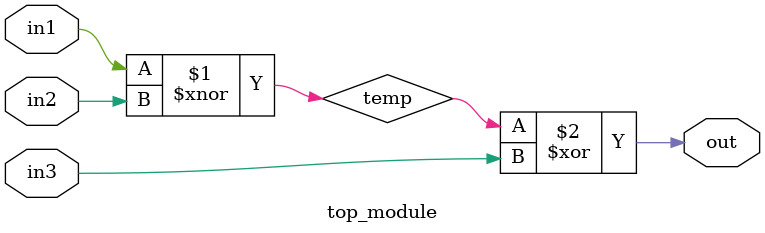
<source format=v>
module top_module (
    input in1,
    input in2,
    input in3,
    output out);
    
    wire temp;
    
    assign temp = in1 ^~ in2;
    assign out = temp ^ in3;

endmodule

</source>
